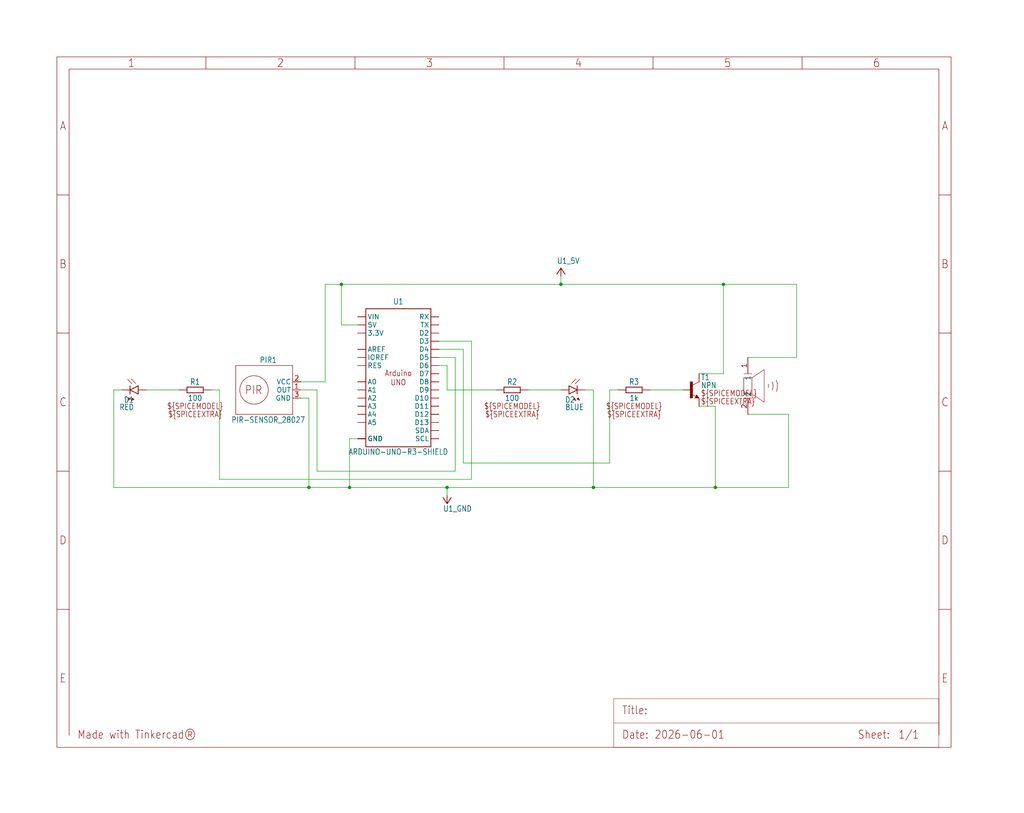
<source format=kicad_sch>
(kicad_sch (version 20250114) (generator "eeschema") (generator_version "9.0")
  (paper "User" 319.964 254.127)
  (lib_symbols
    (symbol "Anti-Aso-eagle-import:ARDUINO-UNO-R3-SHIELD"
      (symbol "ARDUINO-UNO-R3-SHIELD_1_0"
        (polyline (pts (xy -10.16 25.4) (xy 10.16 25.4)) (stroke (width 0.254)))
        (polyline (pts (xy -10.16 -17.78) (xy -10.16 25.4)) (stroke (width 0.254)))
        (polyline (pts (xy 10.16 25.4) (xy 10.16 -17.78)) (stroke (width 0.254)))
        (polyline (pts (xy 10.16 -17.78) (xy -10.16 -17.78)) (stroke (width 0.254)))
        (text "Arduino\nUNO" (at 0 3.81 0) (effects (font (size 1.778 1.5113))))
        (pin bidirectional line (at -12.7 22.86 0) (length 2.54) (name "VIN") (number "VIN"))
        (pin bidirectional line (at -12.7 20.32 0) (length 2.54) (name "5V") (number "5V"))
        (pin bidirectional line (at -12.7 17.78 0) (length 2.54) (name "3.3V") (number "3.3V"))
        (pin bidirectional line (at -12.7 12.7 0) (length 2.54) (name "AREF") (number "AREF"))
        (pin bidirectional line (at -12.7 10.16 0) (length 2.54) (name "IOREF") (number "IOREF"))
        (pin bidirectional line (at -12.7 7.62 0) (length 2.54) (name "RES") (number "RES"))
        (pin bidirectional line (at -12.7 2.54 0) (length 2.54) (name "A0") (number "A0"))
        (pin bidirectional line (at -12.7 0 0) (length 2.54) (name "A1") (number "A1"))
        (pin bidirectional line (at -12.7 -2.54 0) (length 2.54) (name "A2") (number "A2"))
        (pin bidirectional line (at -12.7 -5.08 0) (length 2.54) (name "A3") (number "A3"))
        (pin bidirectional line (at -12.7 -7.62 0) (length 2.54) (name "A4") (number "A4"))
        (pin bidirectional line (at -12.7 -10.16 0) (length 2.54) (name "A5") (number "A5"))
        (pin bidirectional line (at -12.7 -15.24 0) (length 2.54) (name "GND") (number "GND@0"))
        (pin bidirectional line (at -12.7 -15.24 0) (length 2.54) (name "GND") (number "GND@1"))
        (pin bidirectional line (at -12.7 -15.24 0) (length 2.54) (name "GND") (number "GND@2"))
        (pin bidirectional line (at 12.7 22.86 180) (length 2.54) (name "RX") (number "RX"))
        (pin bidirectional line (at 12.7 20.32 180) (length 2.54) (name "TX") (number "TX"))
        (pin bidirectional line (at 12.7 17.78 180) (length 2.54) (name "D2") (number "D2"))
        (pin bidirectional line (at 12.7 15.24 180) (length 2.54) (name "D3") (number "D3"))
        (pin bidirectional line (at 12.7 12.7 180) (length 2.54) (name "D4") (number "D4"))
        (pin bidirectional line (at 12.7 10.16 180) (length 2.54) (name "D5") (number "D5"))
        (pin bidirectional line (at 12.7 7.62 180) (length 2.54) (name "D6") (number "D6"))
        (pin bidirectional line (at 12.7 5.08 180) (length 2.54) (name "D7") (number "D7"))
        (pin bidirectional line (at 12.7 2.54 180) (length 2.54) (name "D8") (number "D8"))
        (pin bidirectional line (at 12.7 0 180) (length 2.54) (name "D9") (number "D9"))
        (pin bidirectional line (at 12.7 -2.54 180) (length 2.54) (name "D10") (number "D10"))
        (pin bidirectional line (at 12.7 -5.08 180) (length 2.54) (name "D11") (number "D11"))
        (pin bidirectional line (at 12.7 -7.62 180) (length 2.54) (name "D12") (number "D12"))
        (pin bidirectional line (at 12.7 -10.16 180) (length 2.54) (name "D13") (number "D13"))
        (pin bidirectional line (at 12.7 -12.7 180) (length 2.54) (name "SDA") (number "SDA"))
        (pin bidirectional line (at 12.7 -15.24 180) (length 2.54) (name "SCL") (number "SCL"))
      )
    )
    (symbol "Anti-Aso-eagle-import:FRAME"
      (symbol "FRAME_1_0"
        (polyline (pts (xy 0 215.9) (xy 279.4 215.9) (xy 279.4 0) (xy 0 0) (xy 0 215.9)))
        (polyline (pts (xy 0 172.72) (xy 3.81 172.72)))
        (polyline (pts (xy 0 129.54) (xy 3.81 129.54)))
        (polyline (pts (xy 0 86.36) (xy 3.81 86.36)))
        (polyline (pts (xy 0 43.18) (xy 3.81 43.18)))
        (polyline (pts (xy 3.81 212.09) (xy 3.81 3.81)))
        (polyline (pts (xy 46.5667 215.9) (xy 46.5667 212.09)))
        (polyline (pts (xy 93.1333 215.9) (xy 93.1333 212.09)))
        (polyline (pts (xy 139.7 215.9) (xy 139.7 212.09)))
        (polyline (pts (xy 186.2667 215.9) (xy 186.2667 212.09)))
        (polyline (pts (xy 232.8333 215.9) (xy 232.8333 212.09)))
        (polyline (pts (xy 275.59 212.09) (xy 3.81 212.09)))
        (polyline (pts (xy 275.59 212.09) (xy 275.59 3.81)))
        (polyline (pts (xy 275.59 172.72) (xy 279.4 172.72)))
        (polyline (pts (xy 275.59 129.54) (xy 279.4 129.54)))
        (polyline (pts (xy 275.59 86.36) (xy 279.4 86.36)))
        (polyline (pts (xy 275.59 43.18) (xy 279.4 43.18)))
        (text "A" (at 1.905 194.31 0) (effects (font (size 2.54 2.286))))
        (text "B" (at 1.905 151.13 0) (effects (font (size 2.54 2.286))))
        (text "C" (at 1.905 107.95 0) (effects (font (size 2.54 2.286))))
        (text "D" (at 1.905 64.77 0) (effects (font (size 2.54 2.286))))
        (text "E" (at 1.905 21.59 0) (effects (font (size 2.54 2.286))))
        (text "Made with Tinkercad®" (at 6.35 2.54 0) (effects (font (size 2.54 2.159)) (justify left bottom)))
        (text "1" (at 23.2833 213.995 0) (effects (font (size 2.54 2.286))))
        (text "2" (at 69.85 213.995 0) (effects (font (size 2.54 2.286))))
        (text "3" (at 116.4167 213.995 0) (effects (font (size 2.54 2.286))))
        (text "4" (at 162.9833 213.995 0) (effects (font (size 2.54 2.286))))
        (text "5" (at 209.55 213.995 0) (effects (font (size 2.54 2.286))))
        (text "6" (at 256.1167 213.995 0) (effects (font (size 2.54 2.286))))
        (text "A" (at 277.495 194.31 0) (effects (font (size 2.54 2.286))))
        (text "B" (at 277.495 151.13 0) (effects (font (size 2.54 2.286))))
        (text "C" (at 277.495 107.95 0) (effects (font (size 2.54 2.286))))
        (text "D" (at 277.495 64.77 0) (effects (font (size 2.54 2.286))))
        (text "E" (at 277.495 21.59 0) (effects (font (size 2.54 2.286))))
      )
      (symbol "FRAME_2_0"
        (polyline (pts (xy 0 15.24) (xy 101.6 15.24)) (stroke (width 0.1016)))
        (polyline (pts (xy 0 7.62) (xy 0 15.24)) (stroke (width 0.1016)))
        (polyline (pts (xy 0 7.62) (xy 101.6 7.62)) (stroke (width 0.1016)))
        (polyline (pts (xy 0 0) (xy 0 7.62)) (stroke (width 0.1016)))
        (polyline (pts (xy 0 0) (xy 101.6 0)) (stroke (width 0.1016)))
        (polyline (pts (xy 101.6 5.08) (xy 101.6 15.24)) (stroke (width 0.1016)))
        (polyline (pts (xy 101.6 0) (xy 101.6 7.62)) (stroke (width 0.1016)))
        (text "Title:" (at 2.54 10.16 0) (effects (font (size 2.54 2.159)) (justify left bottom)))
        (text "Date:" (at 2.54 2.54 0) (effects (font (size 2.54 2.159)) (justify left bottom)))
        (text "${PROJECTNAME}" (at 12.7 10.16 0) (effects (font (size 2.54 2.159)) (justify left bottom)))
        (text "${CURRENT_DATE}" (at 12.7 2.54 0) (effects (font (size 2.54 2.159)) (justify left bottom)))
        (text "Sheet:" (at 76.2 2.54 0) (effects (font (size 2.54 2.159)) (justify left bottom)))
        (text "${#}/${##}" (at 88.9 2.54 0) (effects (font (size 2.54 2.159)) (justify left bottom)))
      )
    )
    (symbol "Anti-Aso-eagle-import:LED_RADIALBLUE"
      (property "Reference" "D" (at -1.27 -4.064 0))
      (symbol "LED_RADIALBLUE_1_0"
        (polyline (pts (xy 0 1.27) (xy 2.54 0)) (stroke (width 0.254)))
        (polyline (pts (xy 0 -1.27) (xy 0 1.27)) (stroke (width 0.254)))
        (polyline (pts (xy 0.762 2.032) (xy 2.159 3.429)) (stroke (width 0.1524)))
        (polyline (pts (xy 1.27 -3.048) (xy 1.778 -2.54) (xy 2.159 -3.429)) (stroke (width 0.1524)) (fill (type outline)))
        (polyline (pts (xy 1.905 1.905) (xy 3.302 3.302)) (stroke (width 0.1524)))
        (polyline (pts (xy 2.413 -2.921) (xy 2.921 -2.413) (xy 3.302 -3.302)) (stroke (width 0.1524)) (fill (type outline)))
        (polyline (pts (xy 2.54 1.27) (xy 2.54 0)) (stroke (width 0.254)))
        (polyline (pts (xy 2.54 0) (xy 0 -1.27)) (stroke (width 0.254)))
        (polyline (pts (xy 2.54 0) (xy 2.54 -1.27)) (stroke (width 0.254)))
        (pin passive line (at -2.54 0 0) (length 2.54) (name "A") (number "1"))
        (pin passive line (at 5.08 0 180) (length 2.54) (name "C") (number "2"))
      )
    )
    (symbol "Anti-Aso-eagle-import:LED_RADIALRED"
      (property "Reference" "D" (at -1.27 -4.064 0))
      (symbol "LED_RADIALRED_1_0"
        (polyline (pts (xy 0 1.27) (xy 2.54 0)) (stroke (width 0.254)))
        (polyline (pts (xy 0 -1.27) (xy 0 1.27)) (stroke (width 0.254)))
        (polyline (pts (xy 0.762 2.032) (xy 2.159 3.429)) (stroke (width 0.1524)))
        (polyline (pts (xy 1.27 -3.048) (xy 1.778 -2.54) (xy 2.159 -3.429)) (stroke (width 0.1524)) (fill (type outline)))
        (polyline (pts (xy 1.905 1.905) (xy 3.302 3.302)) (stroke (width 0.1524)))
        (polyline (pts (xy 2.413 -2.921) (xy 2.921 -2.413) (xy 3.302 -3.302)) (stroke (width 0.1524)) (fill (type outline)))
        (polyline (pts (xy 2.54 1.27) (xy 2.54 0)) (stroke (width 0.254)))
        (polyline (pts (xy 2.54 0) (xy 0 -1.27)) (stroke (width 0.254)))
        (polyline (pts (xy 2.54 0) (xy 2.54 -1.27)) (stroke (width 0.254)))
        (pin passive line (at -2.54 0 0) (length 2.54) (name "A") (number "1"))
        (pin passive line (at 5.08 0 180) (length 2.54) (name "C") (number "2"))
      )
    )
    (symbol "Anti-Aso-eagle-import:NPN_TO92"
      (property "Reference" "Q" (at 0.54 3 0))
      (symbol "NPN_TO92_1_0"
        (rectangle (start -2.794 -2.54) (end -2.032 2.54) (fill (type outline)))
        (polyline (pts (xy -1.27 -2.54) (xy -0.762 -1.524)) (stroke (width 0.1524)))
        (polyline (pts (xy -1.016 -2.286) (xy -0.635 -2.286)) (stroke (width 0.254)))
        (polyline (pts (xy -1.016 -2.413) (xy -0.254 -2.413)) (stroke (width 0.254)))
        (polyline (pts (xy -1 -2.04) (xy -2.232 -1.424)) (stroke (width 0.1524)))
        (polyline (pts (xy -0.762 -1.524) (xy 0 -2.54)) (stroke (width 0.1524)))
        (polyline (pts (xy -0.762 -1.778) (xy -1.016 -2.286)) (stroke (width 0.254)))
        (polyline (pts (xy -0.635 -2.286) (xy -0.762 -2.032)) (stroke (width 0.254)))
        (polyline (pts (xy -0.254 -2.413) (xy -0.762 -1.778)) (stroke (width 0.254)))
        (polyline (pts (xy 0 2.54) (xy -2.032 1.524)) (stroke (width 0.1524)))
        (polyline (pts (xy 0 -2.54) (xy -1.27 -2.54)) (stroke (width 0.1524)))
        (text "${SPICEMODEL}" (at 0.54 -2.08 0) (effects (font (size 1.778 1.5113)) (justify left bottom)))
        (text "${SPICEEXTRA}" (at 0.54 -4.62 0) (effects (font (size 1.778 1.5113)) (justify left bottom)))
        (pin passive line (at -5.08 0 0) (length 2.54) (name "B") (number "2"))
        (pin passive line (at 0 5.08 270) (length 2.54) (name "C") (number "1"))
        (pin passive line (at 0 -5.08 90) (length 2.54) (name "E") (number "3"))
      )
    )
    (symbol "Anti-Aso-eagle-import:PIEZO"
      (symbol "PIEZO_1_0"
        (polyline (pts (xy -1.27 5.08) (xy 1.27 5.08)) (stroke (width 0.127)))
        (polyline (pts (xy -1.27 3.81) (xy 1.27 3.81)) (stroke (width 0.1524)))
        (polyline (pts (xy -1.27 -1.27) (xy -1.27 3.81)) (stroke (width 0.1524)))
        (polyline (pts (xy -1.27 -2.54) (xy 1.27 -2.54)) (stroke (width 0.127)))
        (polyline (pts (xy 1.27 3.81) (xy 1.27 -1.27)) (stroke (width 0.1524)))
        (polyline (pts (xy 1.27 3.81) (xy 5.08 6.35)) (stroke (width 0.127)))
        (polyline (pts (xy 1.27 -1.27) (xy -1.27 -1.27)) (stroke (width 0.1524)))
        (arc (start 7.62 2.54) (mid 7.8726 1.27) (end 7.62 0) (stroke (width 0.1524)))
        (arc (start 8.89 3.048) (mid 9.2437 1.27) (end 8.89 -0.508) (stroke (width 0.1524)))
        (polyline (pts (xy 5.08 6.35) (xy 5.08 -3.81)) (stroke (width 0.127)))
        (polyline (pts (xy 5.08 -3.81) (xy 1.27 -1.27)) (stroke (width 0.127)))
        (arc (start 6.35 1.778) (mid 6.451 1.27) (end 6.35 0.7619) (stroke (width 0.1524)))
        (pin passive line (at 0 10.16 270) (length 5.08) (name "1") (number "1"))
        (pin passive line (at 0 -7.62 90) (length 5.08) (name "2") (number "2"))
      )
    )
    (symbol "Anti-Aso-eagle-import:PIR-SENSOR_28027"
      (symbol "PIR-SENSOR_28027_1_0"
        (polyline (pts (xy -7.62 7.62) (xy 10.16 7.62)) (stroke (width 0.1524)))
        (polyline (pts (xy -7.62 -7.62) (xy -7.62 7.62)) (stroke (width 0.1524)))
        (circle (center 4.445 0) (radius 4.445) (stroke (width 0.1524)))
        (polyline (pts (xy 10.16 7.62) (xy 10.16 -7.62)) (stroke (width 0.1524)))
        (polyline (pts (xy 10.16 -7.62) (xy -7.62 -7.62)) (stroke (width 0.1524)))
        (text "PIR" (at 4.572 0 0) (effects (font (size 2.54 2.159))))
        (pin bidirectional line (at -10.16 2.54 0) (length 2.54) (name "VCC") (number "2"))
        (pin bidirectional line (at -10.16 0 0) (length 2.54) (name "OUT") (number "1"))
        (pin bidirectional line (at -10.16 -2.54 0) (length 2.54) (name "GND") (number "3"))
      )
    )
    (symbol "Anti-Aso-eagle-import:RESISTOR_AXIAL-10.16MM-PITCH"
      (property "Reference" "R" (at 0 2.54 0))
      (symbol "RESISTOR_AXIAL-10.16MM-PITCH_1_0"
        (polyline (pts (xy -2.54 -0.889) (xy -2.54 0.889)) (stroke (width 0.254)))
        (polyline (pts (xy -2.54 -0.889) (xy 2.54 -0.889)) (stroke (width 0.254)))
        (polyline (pts (xy 2.54 0.889) (xy -2.54 0.889)) (stroke (width 0.254)))
        (polyline (pts (xy 2.54 -0.889) (xy 2.54 0.889)) (stroke (width 0.254)))
        (text "${SPICEMODEL}" (at 0 -5.08 0) (effects (font (size 1.778 1.5113))))
        (text "${SPICEEXTRA}" (at 0 -7.62 0) (effects (font (size 1.778 1.5113))))
        (pin passive line (at -5.08 0 0) (length 2.54) (name "1") (number "1"))
        (pin passive line (at 5.08 0 180) (length 2.54) (name "2") (number "2"))
      )
    )
    (symbol "Anti-Aso-eagle-import:V+" (power)
      (symbol "V+_1_0"
        (polyline (pts (xy 0 0) (xy -1.27 -1.905)) (stroke (width 0.254)))
        (polyline (pts (xy 0 0) (xy 1.27 -1.905)) (stroke (width 0.254)))
        (pin power_in line (at 0 -2.54 90) (length 2.54) (name "V+") (number "1"))
      )
    )
    (symbol "Anti-Aso-eagle-import:V-" (power)
      (symbol "V-_1_0"
        (polyline (pts (xy -1.27 1.905) (xy 0 0)) (stroke (width 0.254)))
        (polyline (pts (xy 0 0) (xy 1.27 1.905)) (stroke (width 0.254)))
        (pin power_in line (at 0 2.54 270) (length 2.54) (name "V-") (number "1"))
      )
    )
  )
  (junction (at 185.42 152.4))
  (junction (at 106.68 88.9))
  (junction (at 109.22 152.4))
  (junction (at 175.26 88.9))
  (junction (at 96.52 152.4))
  (junction (at 139.7 152.4))
  (junction (at 226.06 88.9))
  (junction (at 223.52 152.4))
  (wire (pts (xy 109.22 137.16) (xy 109.22 152.4)) (stroke (width 0.1524)))
  (wire (pts (xy 139.7 114.3) (xy 139.7 121.92)) (stroke (width 0.1524)))
  (wire (pts (xy 193.04 121.92) (xy 190.5 121.92)) (stroke (width 0.1524)))
  (wire (pts (xy 111.76 137.16) (xy 109.22 137.16)) (stroke (width 0.1524)))
  (wire (pts (xy 185.42 121.92) (xy 185.42 152.4)) (stroke (width 0.1524)))
  (wire (pts (xy 45.72 121.92) (xy 55.88 121.92)) (stroke (width 0.1524)))
  (wire (pts (xy 226.06 116.84) (xy 226.06 88.9)) (stroke (width 0.1524)))
  (wire (pts (xy 147.32 106.68) (xy 147.32 149.86)) (stroke (width 0.1524)))
  (wire (pts (xy 101.6 119.38) (xy 101.6 88.9)) (stroke (width 0.1524)))
  (wire (pts (xy 137.16 106.68) (xy 147.32 106.68)) (stroke (width 0.1524)))
  (wire (pts (xy 137.16 109.22) (xy 144.78 109.22)) (stroke (width 0.1524)))
  (wire (pts (xy 35.56 121.92) (xy 35.56 152.4)) (stroke (width 0.1524)))
  (wire (pts (xy 106.68 101.6) (xy 106.68 88.9)) (stroke (width 0.1524)))
  (wire (pts (xy 182.88 121.92) (xy 185.42 121.92)) (stroke (width 0.1524)))
  (wire (pts (xy 99.06 147.32) (xy 142.24 147.32)) (stroke (width 0.1524)))
  (wire (pts (xy 248.92 111.76) (xy 248.92 88.9)) (stroke (width 0.1524)))
  (wire (pts (xy 99.06 121.92) (xy 99.06 147.32)) (stroke (width 0.1524)))
  (wire (pts (xy 165.1 121.92) (xy 175.26 121.92)) (stroke (width 0.1524)))
  (wire (pts (xy 190.5 121.92) (xy 190.5 144.78)) (stroke (width 0.1524)))
  (wire (pts (xy 226.06 88.9) (xy 248.92 88.9)) (stroke (width 0.1524)))
  (wire (pts (xy 139.7 154.94) (xy 139.7 152.4)) (stroke (width 0.1524)))
  (wire (pts (xy 233.68 129.54) (xy 246.38 129.54)) (stroke (width 0.1524)))
  (wire (pts (xy 93.98 119.38) (xy 101.6 119.38)) (stroke (width 0.1524)))
  (wire (pts (xy 246.38 129.54) (xy 246.38 152.4)) (stroke (width 0.1524)))
  (wire (pts (xy 137.16 114.3) (xy 139.7 114.3)) (stroke (width 0.1524)))
  (wire (pts (xy 139.7 152.4) (xy 185.42 152.4)) (stroke (width 0.1524)))
  (wire (pts (xy 142.24 111.76) (xy 142.24 147.32)) (stroke (width 0.1524)))
  (wire (pts (xy 93.98 121.92) (xy 99.06 121.92)) (stroke (width 0.1524)))
  (wire (pts (xy 111.76 101.6) (xy 106.68 101.6)) (stroke (width 0.1524)))
  (wire (pts (xy 144.78 109.22) (xy 144.78 144.78)) (stroke (width 0.1524)))
  (wire (pts (xy 96.52 124.46) (xy 96.52 152.4)) (stroke (width 0.1524)))
  (wire (pts (xy 218.44 127) (xy 223.52 127)) (stroke (width 0.1524)))
  (wire (pts (xy 203.2 121.92) (xy 213.36 121.92)) (stroke (width 0.1524)))
  (wire (pts (xy 137.16 111.76) (xy 142.24 111.76)) (stroke (width 0.1524)))
  (wire (pts (xy 68.58 149.86) (xy 147.32 149.86)) (stroke (width 0.1524)))
  (wire (pts (xy 38.1 121.92) (xy 35.56 121.92)) (stroke (width 0.1524)))
  (wire (pts (xy 144.78 144.78) (xy 190.5 144.78)) (stroke (width 0.1524)))
  (wire (pts (xy 185.42 152.4) (xy 223.52 152.4)) (stroke (width 0.1524)))
  (wire (pts (xy 223.52 152.4) (xy 246.38 152.4)) (stroke (width 0.1524)))
  (wire (pts (xy 35.56 152.4) (xy 96.52 152.4)) (stroke (width 0.1524)))
  (wire (pts (xy 109.22 152.4) (xy 139.7 152.4)) (stroke (width 0.1524)))
  (wire (pts (xy 223.52 127) (xy 223.52 152.4)) (stroke (width 0.1524)))
  (wire (pts (xy 175.26 88.9) (xy 226.06 88.9)) (stroke (width 0.1524)))
  (wire (pts (xy 96.52 152.4) (xy 109.22 152.4)) (stroke (width 0.1524)))
  (wire (pts (xy 139.7 121.92) (xy 154.94 121.92)) (stroke (width 0.1524)))
  (wire (pts (xy 233.68 111.76) (xy 248.92 111.76)) (stroke (width 0.1524)))
  (wire (pts (xy 101.6 88.9) (xy 106.68 88.9)) (stroke (width 0.1524)))
  (wire (pts (xy 93.98 124.46) (xy 96.52 124.46)) (stroke (width 0.1524)))
  (wire (pts (xy 68.58 121.92) (xy 68.58 149.86)) (stroke (width 0.1524)))
  (wire (pts (xy 106.68 88.9) (xy 175.26 88.9)) (stroke (width 0.1524)))
  (wire (pts (xy 66.04 121.92) (xy 68.58 121.92)) (stroke (width 0.1524)))
  (wire (pts (xy 218.44 116.84) (xy 226.06 116.84)) (stroke (width 0.1524)))
  (wire (pts (xy 175.26 86.36) (xy 175.26 88.9)) (stroke (width 0.1524)))
  (symbol (lib_id "Anti-Aso-eagle-import:NPN_TO92") (at 218.44 121.92 0) (unit 1)
    (property "Reference" "T1" (at 218.98 118.92 0) (effects (font (size 1.778 1.5113)) (justify left bottom)))
    (property "Value" "NPN" (at 218.98 121.46 0) (effects (font (size 1.778 1.5113)) (justify left bottom)))
    (property "Footprint" "Package_TO_SOT_THT:TO-92Flat" (effects (hide yes)))
  )
  (symbol (lib_id "Anti-Aso-eagle-import:RESISTOR_AXIAL-10.16MM-PITCH") (at 198.12 121.92 0) (unit 1)
    (property "Reference" "R3" (at 198.12 119.38 0) (effects (font (size 1.778 1.5113))))
    (property "Value" "1k" (at 198.12 124.46 0) (effects (font (size 1.778 1.5113))))
    (property "Footprint" "Resistor_THT:R_Axial_DIN0204_L3.6mm_D1.6mm_P5.08mm_Horizontal" (effects (hide yes)))
  )
  (symbol (lib_id "Anti-Aso-eagle-import:FRAME") (at 191.77 233.68 0) (unit 2)
    (property "Reference" "#FRAME1" (effects (hide yes)))
    (property "Value" "1" (effects (hide yes)))
  )
  (symbol (lib_id "Anti-Aso-eagle-import:FRAME") (at 17.78 233.68 0) (unit 1)
    (property "Reference" "#FRAME1" (effects (hide yes)))
    (property "Value" "1" (effects (hide yes)))
  )
  (symbol (lib_id "Anti-Aso-eagle-import:V-") (at 139.7 157.48 0) (unit 1)
    (property "Reference" "#U1_GND_1" (effects (hide yes)))
    (property "Value" "U1_GND" (at 138.43 160.02 0) (effects (font (size 1.778 1.5113)) (justify left bottom)))
  )
  (symbol (lib_id "Anti-Aso-eagle-import:LED_RADIALRED") (at 43.18 121.92 0) (mirror y) (unit 1)
    (property "Reference" "D1" (at 41.91 125.984 0) (effects (font (size 1.778 1.5113)) (justify left bottom)))
    (property "Value" "RED" (at 41.91 128.27 0) (effects (font (size 1.778 1.5113)) (justify left bottom)))
    (property "Footprint" "LED_THT:LED_D4.0mm" (effects (hide yes)))
  )
  (symbol (lib_id "Anti-Aso-eagle-import:PIR-SENSOR_28027") (at 83.82 121.92 0) (mirror y) (unit 1)
    (property "Reference" "PIR1" (at 83.82 113.538 0) (effects (font (size 1.778 1.5113)) (justify bottom)))
    (property "Value" "PIR-SENSOR_28027" (at 83.82 130.302 0) (effects (font (size 1.778 1.5113)) (justify top)))
    (property "Footprint" "Connector_PinSocket_2.54mm:PinSocket_1x03_P2.54mm_Vertical" (effects (hide yes)))
  )
  (symbol (lib_id "Anti-Aso-eagle-import:ARDUINO-UNO-R3-SHIELD") (at 124.46 121.92 0) (unit 1)
    (property "Reference" "U1" (at 124.46 95.25 0) (effects (font (size 1.778 1.5113)) (justify bottom)))
    (property "Value" "ARDUINO-UNO-R3-SHIELD" (at 124.46 142.24 0) (effects (font (size 1.778 1.5113)) (justify bottom)))
    (property "Footprint" "Module:Arduino_UNO_R3_WithMountingHoles" (effects (hide yes)))
  )
  (symbol (lib_id "Anti-Aso-eagle-import:LED_RADIALBLUE") (at 177.8 121.92 0) (unit 1)
    (property "Reference" "D2" (at 176.53 125.984 0) (effects (font (size 1.778 1.5113)) (justify left bottom)))
    (property "Value" "BLUE" (at 176.53 128.27 0) (effects (font (size 1.778 1.5113)) (justify left bottom)))
    (property "Footprint" "LED_THT:LED_D3.0mm_Horizontal_O6.35mm_Z10.0mm" (effects (hide yes)))
  )
  (symbol (lib_id "Anti-Aso-eagle-import:V+") (at 175.26 83.82 0) (unit 1)
    (property "Reference" "#U1_5V_1" (effects (hide yes)))
    (property "Value" "U1_5V" (at 173.99 82.55 0) (effects (font (size 1.778 1.5113)) (justify left bottom)))
  )
  (symbol (lib_id "Anti-Aso-eagle-import:PIEZO") (at 233.68 121.92 0) (unit 1)
    (property "Reference" "PIEZO1" (effects (hide yes)))
    (property "Value" "PIEZO" (effects (hide yes)))
    (property "Footprint" "Buzzer_Beeper:Buzzer_12x9.5RM7.6" (effects (hide yes)))
  )
  (symbol (lib_id "Anti-Aso-eagle-import:RESISTOR_AXIAL-10.16MM-PITCH") (at 60.96 121.92 0) (mirror y) (unit 1)
    (property "Reference" "R1" (at 60.96 119.38 0) (effects (font (size 1.778 1.5113))))
    (property "Value" "100" (at 60.96 124.46 0) (effects (font (size 1.778 1.5113))))
    (property "Footprint" "Resistor_THT:R_Axial_DIN0204_L3.6mm_D1.6mm_P5.08mm_Horizontal" (effects (hide yes)))
  )
  (symbol (lib_id "Anti-Aso-eagle-import:RESISTOR_AXIAL-10.16MM-PITCH") (at 160.02 121.92 0) (unit 1)
    (property "Reference" "R2" (at 160.02 119.38 0) (effects (font (size 1.778 1.5113))))
    (property "Value" "100" (at 160.02 124.46 0) (effects (font (size 1.778 1.5113))))
    (property "Footprint" "Resistor_THT:R_Axial_DIN0204_L3.6mm_D1.6mm_P5.08mm_Horizontal" (effects (hide yes)))
  )
)
</source>
